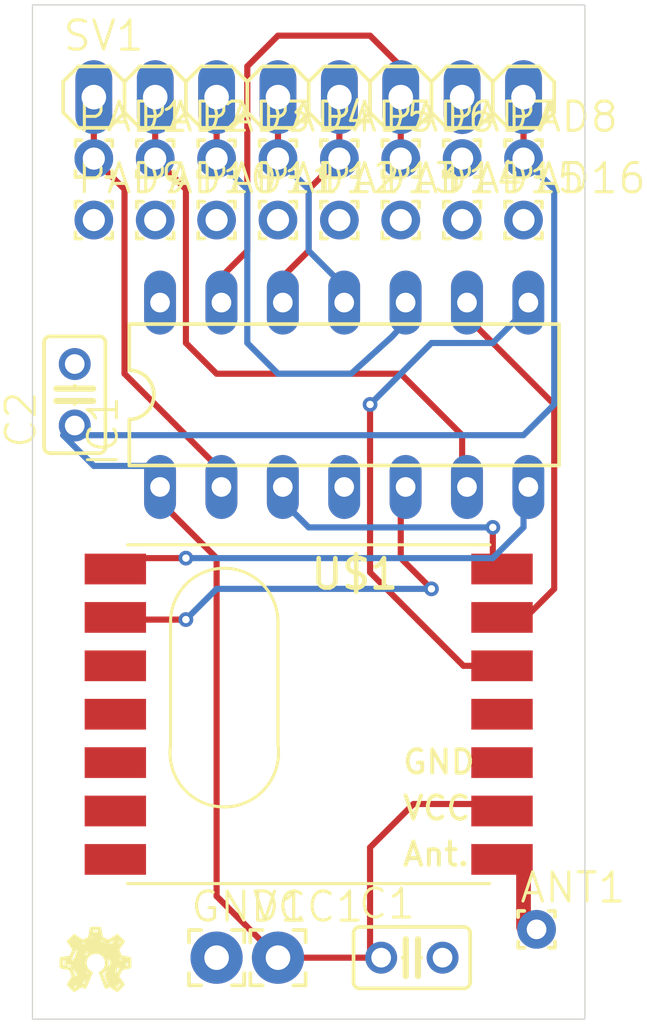
<source format=kicad_pcb>
(kicad_pcb (version 20171130) (host pcbnew "(5.1.5-0-10_14)")

  (general
    (thickness 1.6)
    (drawings 19)
    (tracks 97)
    (zones 0)
    (modules 25)
    (nets 25)
  )

  (page A4)
  (layers
    (0 Top signal)
    (31 Bottom signal)
    (32 B.Adhes user)
    (33 F.Adhes user)
    (34 B.Paste user)
    (35 F.Paste user)
    (36 B.SilkS user)
    (37 F.SilkS user)
    (38 B.Mask user)
    (39 F.Mask user)
    (40 Dwgs.User user)
    (41 Cmts.User user)
    (42 Eco1.User user)
    (43 Eco2.User user)
    (44 Edge.Cuts user)
    (45 Margin user)
    (46 B.CrtYd user)
    (47 F.CrtYd user)
    (48 B.Fab user)
    (49 F.Fab user)
  )

  (setup
    (last_trace_width 0.25)
    (trace_clearance 0.1524)
    (zone_clearance 0.508)
    (zone_45_only no)
    (trace_min 0.2)
    (via_size 0.8)
    (via_drill 0.4)
    (via_min_size 0.4)
    (via_min_drill 0.3)
    (uvia_size 0.3)
    (uvia_drill 0.1)
    (uvias_allowed no)
    (uvia_min_size 0.2)
    (uvia_min_drill 0.1)
    (edge_width 0.05)
    (segment_width 0.2)
    (pcb_text_width 0.3)
    (pcb_text_size 1.5 1.5)
    (mod_edge_width 0.12)
    (mod_text_size 1 1)
    (mod_text_width 0.15)
    (pad_size 1.524 1.524)
    (pad_drill 0.762)
    (pad_to_mask_clearance 0.051)
    (solder_mask_min_width 0.25)
    (aux_axis_origin 0 0)
    (visible_elements FFFFFF7F)
    (pcbplotparams
      (layerselection 0x010fc_ffffffff)
      (usegerberextensions false)
      (usegerberattributes false)
      (usegerberadvancedattributes false)
      (creategerberjobfile false)
      (excludeedgelayer true)
      (linewidth 0.100000)
      (plotframeref false)
      (viasonmask false)
      (mode 1)
      (useauxorigin false)
      (hpglpennumber 1)
      (hpglpenspeed 20)
      (hpglpendiameter 15.000000)
      (psnegative false)
      (psa4output false)
      (plotreference true)
      (plotvalue true)
      (plotinvisibletext false)
      (padsonsilk false)
      (subtractmaskfromsilk false)
      (outputformat 1)
      (mirror false)
      (drillshape 1)
      (scaleselection 1)
      (outputdirectory ""))
  )

  (net 0 "")
  (net 1 GND)
  (net 2 VCC)
  (net 3 "Net-(IC1-Pad8)")
  (net 4 "Net-(IC1-Pad9)")
  (net 5 "Net-(IC1-Pad3)")
  (net 6 "Net-(U$1-PadFFS)")
  (net 7 "Net-(IC1-Pad5)")
  (net 8 "Net-(IC1-Pad7)")
  (net 9 "Net-(IC1-Pad13)")
  (net 10 "Net-(IC1-Pad12)")
  (net 11 "Net-(IC1-Pad11)")
  (net 12 "Net-(IC1-Pad10)")
  (net 13 "Net-(IC1-Pad6)")
  (net 14 "Net-(IC1-Pad4)")
  (net 15 "Net-(IC1-Pad2)")
  (net 16 "Net-(PAD9-Pad1)")
  (net 17 "Net-(PAD10-Pad1)")
  (net 18 "Net-(PAD11-Pad1)")
  (net 19 "Net-(PAD12-Pad1)")
  (net 20 "Net-(PAD13-Pad1)")
  (net 21 "Net-(PAD14-Pad1)")
  (net 22 "Net-(PAD15-Pad1)")
  (net 23 "Net-(PAD16-Pad1)")
  (net 24 "Net-(ANT1-Pad1)")

  (net_class Default "This is the default net class."
    (clearance 0.1524)
    (trace_width 0.25)
    (via_dia 0.8)
    (via_drill 0.4)
    (uvia_dia 0.3)
    (uvia_drill 0.1)
    (add_net GND)
    (add_net "Net-(ANT1-Pad1)")
    (add_net "Net-(IC1-Pad10)")
    (add_net "Net-(IC1-Pad11)")
    (add_net "Net-(IC1-Pad12)")
    (add_net "Net-(IC1-Pad13)")
    (add_net "Net-(IC1-Pad2)")
    (add_net "Net-(IC1-Pad3)")
    (add_net "Net-(IC1-Pad4)")
    (add_net "Net-(IC1-Pad5)")
    (add_net "Net-(IC1-Pad6)")
    (add_net "Net-(IC1-Pad7)")
    (add_net "Net-(IC1-Pad8)")
    (add_net "Net-(IC1-Pad9)")
    (add_net "Net-(PAD10-Pad1)")
    (add_net "Net-(PAD11-Pad1)")
    (add_net "Net-(PAD12-Pad1)")
    (add_net "Net-(PAD13-Pad1)")
    (add_net "Net-(PAD14-Pad1)")
    (add_net "Net-(PAD15-Pad1)")
    (add_net "Net-(PAD16-Pad1)")
    (add_net "Net-(PAD9-Pad1)")
    (add_net "Net-(U$1-PadFFS)")
    (add_net VCC)
  )

  (module tinytx3:RFM12B (layer Top) (tedit 0) (tstamp 603D4D43)
    (at 148.5011 113.3586)
    (descr "RFM12B radio module by HopeRF")
    (path /4D826FCC)
    (fp_text reference U$1 (at 0 -5.08) (layer F.SilkS)
      (effects (font (size 1.2065 1.2065) (thickness 0.19304)) (justify left bottom))
    )
    (fp_text value RFM12B (at -5.08 6.35) (layer F.Fab)
      (effects (font (size 1.2065 1.2065) (thickness 0.19304)) (justify left bottom))
    )
    (fp_poly (pts (xy -4.445 6.35) (xy 4.445 6.35) (xy 4.445 -6.35) (xy -4.445 -6.35)) (layer Dwgs.User) (width 0))
    (fp_text user GND (at 3.81 2.54) (layer F.SilkS)
      (effects (font (size 0.9652 0.9652) (thickness 0.16256)) (justify left bottom))
    )
    (fp_text user VCC (at 3.81 4.445) (layer F.SilkS)
      (effects (font (size 0.9652 0.9652) (thickness 0.16256)) (justify left bottom))
    )
    (fp_text user Ant. (at 3.81 6.35) (layer F.SilkS)
      (effects (font (size 0.9652 0.9652) (thickness 0.16256)) (justify left bottom))
    )
    (fp_line (start -1.27 -3.81) (end -1.27 1.27) (layer F.SilkS) (width 0.127))
    (fp_line (start -5.715 -3.81) (end -5.715 1.27) (layer F.SilkS) (width 0.127))
    (fp_arc (start -3.4925 1.5875) (end -1.27 1.27) (angle 196.260205) (layer F.SilkS) (width 0.127))
    (fp_arc (start -3.4925 -3.81) (end -5.715 -3.81) (angle 180) (layer F.SilkS) (width 0.127))
    (fp_line (start 7.5 -7) (end -7.5 -7) (layer F.SilkS) (width 0.127))
    (fp_line (start -7.5 7) (end 7.5 7) (layer F.SilkS) (width 0.127))
    (pad ANT smd rect (at 8 6) (size 2.54 1.27) (layers Top F.Paste F.Mask)
      (net 24 "Net-(ANT1-Pad1)") (solder_mask_margin 0.0508))
    (pad VDD smd rect (at 8 4) (size 2.54 1.27) (layers Top F.Paste F.Mask)
      (net 2 VCC) (solder_mask_margin 0.0508))
    (pad GND smd rect (at 8 2) (size 2.54 1.27) (layers Top F.Paste F.Mask)
      (net 1 GND) (solder_mask_margin 0.0508))
    (pad P$16 smd rect (at 8 0) (size 2.54 1.27) (layers Top F.Paste F.Mask)
      (solder_mask_margin 0.0508))
    (pad SDI smd rect (at 8 -2) (size 2.54 1.27) (layers Top F.Paste F.Mask)
      (net 3 "Net-(IC1-Pad8)") (solder_mask_margin 0.0508))
    (pad SCK smd rect (at 8 -4) (size 2.54 1.27) (layers Top F.Paste F.Mask)
      (net 4 "Net-(IC1-Pad9)") (solder_mask_margin 0.0508))
    (pad SEL smd rect (at 8 -6) (size 2.54 1.27) (layers Top F.Paste F.Mask)
      (net 5 "Net-(IC1-Pad3)") (solder_mask_margin 0.0508))
    (pad P$12 smd rect (at -8 6) (size 2.54 1.27) (layers Top F.Paste F.Mask)
      (solder_mask_margin 0.0508))
    (pad P$10 smd rect (at -8 4) (size 2.54 1.27) (layers Top F.Paste F.Mask)
      (solder_mask_margin 0.0508))
    (pad P$9 smd rect (at -8 2) (size 2.54 1.27) (layers Top F.Paste F.Mask)
      (solder_mask_margin 0.0508))
    (pad P$8 smd rect (at -8 0) (size 2.54 1.27) (layers Top F.Paste F.Mask)
      (solder_mask_margin 0.0508))
    (pad FFS smd rect (at -8 -2) (size 2.54 1.27) (layers Top F.Paste F.Mask)
      (net 6 "Net-(U$1-PadFFS)") (solder_mask_margin 0.0508))
    (pad IRQ smd rect (at -8 -4) (size 2.54 1.27) (layers Top F.Paste F.Mask)
      (net 7 "Net-(IC1-Pad5)") (solder_mask_margin 0.0508))
    (pad SDO smd rect (at -8 -6) (size 2.54 1.27) (layers Top F.Paste F.Mask)
      (net 8 "Net-(IC1-Pad7)") (solder_mask_margin 0.0508))
  )

  (module tinytx3:DIL14 (layer Top) (tedit 0) (tstamp 603D4D5E)
    (at 149.9711 100.1586)
    (descr "<b>Dual In Line Package</b>")
    (path /A06A83DB)
    (fp_text reference IC1 (at -9.271 3.048 90) (layer F.SilkS)
      (effects (font (size 1.2065 1.2065) (thickness 0.12065)) (justify left bottom))
    )
    (fp_text value ATTINY84A-PU (at -6.731 0.635) (layer F.Fab)
      (effects (font (size 1.2065 1.2065) (thickness 0.12065)) (justify left bottom))
    )
    (fp_arc (start -8.89 0) (end -8.89 -1.016) (angle 180) (layer F.SilkS) (width 0.1524))
    (fp_line (start -8.89 2.921) (end -8.89 1.016) (layer F.SilkS) (width 0.1524))
    (fp_line (start -8.89 -2.921) (end -8.89 -1.016) (layer F.SilkS) (width 0.1524))
    (fp_line (start 8.89 -2.921) (end 8.89 2.921) (layer F.SilkS) (width 0.1524))
    (fp_line (start -8.89 2.921) (end 8.89 2.921) (layer F.SilkS) (width 0.1524))
    (fp_line (start 8.89 -2.921) (end -8.89 -2.921) (layer F.SilkS) (width 0.1524))
    (pad 14 thru_hole oval (at -7.62 -3.81 90) (size 2.6416 1.3208) (drill 0.8128) (layers *.Cu *.Mask)
      (net 1 GND) (solder_mask_margin 0.0508))
    (pad 13 thru_hole oval (at -5.08 -3.81 90) (size 2.6416 1.3208) (drill 0.8128) (layers *.Cu *.Mask)
      (net 9 "Net-(IC1-Pad13)") (solder_mask_margin 0.0508))
    (pad 12 thru_hole oval (at -2.54 -3.81 90) (size 2.6416 1.3208) (drill 0.8128) (layers *.Cu *.Mask)
      (net 10 "Net-(IC1-Pad12)") (solder_mask_margin 0.0508))
    (pad 11 thru_hole oval (at 0 -3.81 90) (size 2.6416 1.3208) (drill 0.8128) (layers *.Cu *.Mask)
      (net 11 "Net-(IC1-Pad11)") (solder_mask_margin 0.0508))
    (pad 10 thru_hole oval (at 2.54 -3.81 90) (size 2.6416 1.3208) (drill 0.8128) (layers *.Cu *.Mask)
      (net 12 "Net-(IC1-Pad10)") (solder_mask_margin 0.0508))
    (pad 9 thru_hole oval (at 5.08 -3.81 90) (size 2.6416 1.3208) (drill 0.8128) (layers *.Cu *.Mask)
      (net 4 "Net-(IC1-Pad9)") (solder_mask_margin 0.0508))
    (pad 5 thru_hole oval (at 2.54 3.81 90) (size 2.6416 1.3208) (drill 0.8128) (layers *.Cu *.Mask)
      (net 7 "Net-(IC1-Pad5)") (solder_mask_margin 0.0508))
    (pad 6 thru_hole oval (at 5.08 3.81 90) (size 2.6416 1.3208) (drill 0.8128) (layers *.Cu *.Mask)
      (net 13 "Net-(IC1-Pad6)") (solder_mask_margin 0.0508))
    (pad 4 thru_hole oval (at 0 3.81 90) (size 2.6416 1.3208) (drill 0.8128) (layers *.Cu *.Mask)
      (net 14 "Net-(IC1-Pad4)") (solder_mask_margin 0.0508))
    (pad 3 thru_hole oval (at -2.54 3.81 90) (size 2.6416 1.3208) (drill 0.8128) (layers *.Cu *.Mask)
      (net 5 "Net-(IC1-Pad3)") (solder_mask_margin 0.0508))
    (pad 8 thru_hole oval (at 7.62 -3.81 90) (size 2.6416 1.3208) (drill 0.8128) (layers *.Cu *.Mask)
      (net 3 "Net-(IC1-Pad8)") (solder_mask_margin 0.0508))
    (pad 7 thru_hole oval (at 7.62 3.81 90) (size 2.6416 1.3208) (drill 0.8128) (layers *.Cu *.Mask)
      (net 8 "Net-(IC1-Pad7)") (solder_mask_margin 0.0508))
    (pad 2 thru_hole oval (at -5.08 3.81 90) (size 2.6416 1.3208) (drill 0.8128) (layers *.Cu *.Mask)
      (net 15 "Net-(IC1-Pad2)") (solder_mask_margin 0.0508))
    (pad 1 thru_hole oval (at -7.62 3.81 90) (size 2.6416 1.3208) (drill 0.8128) (layers *.Cu *.Mask)
      (net 2 VCC) (solder_mask_margin 0.0508))
  )

  (module tinytx3:1,6_0,8 (layer Top) (tedit 0) (tstamp 603D4D75)
    (at 157.9311 122.2486)
    (descr "<b>THROUGH-HOLE PAD</b>")
    (path /19C2D6AC)
    (fp_text reference ANT1 (at -0.762 -1.016) (layer F.SilkS)
      (effects (font (size 1.2065 1.2065) (thickness 0.127)) (justify left bottom))
    )
    (fp_text value 1,6_0,8 (at 0 -0.6) (layer F.Fab)
      (effects (font (size 0.02413 0.02413) (thickness 0.002032)) (justify left bottom))
    )
    (fp_circle (center 0 0) (end 0.635 0) (layer F.Fab) (width 0.1524))
    (fp_line (start -0.762 0.762) (end -0.762 0.508) (layer F.SilkS) (width 0.1524))
    (fp_line (start -0.508 0.762) (end -0.762 0.762) (layer F.SilkS) (width 0.1524))
    (fp_line (start 0.762 0.762) (end 0.508 0.762) (layer F.SilkS) (width 0.1524))
    (fp_line (start 0.762 0.508) (end 0.762 0.762) (layer F.SilkS) (width 0.1524))
    (fp_line (start 0.762 -0.762) (end 0.508 -0.762) (layer F.SilkS) (width 0.1524))
    (fp_line (start 0.762 -0.762) (end 0.762 -0.508) (layer F.SilkS) (width 0.1524))
    (fp_line (start -0.762 -0.762) (end -0.762 -0.508) (layer F.SilkS) (width 0.1524))
    (fp_line (start -0.762 -0.762) (end -0.508 -0.762) (layer F.SilkS) (width 0.1524))
    (pad 1 thru_hole circle (at 0 0) (size 1.6002 1.6002) (drill 0.8128) (layers *.Cu *.Mask)
      (net 24 "Net-(ANT1-Pad1)") (solder_mask_margin 0.0508))
  )

  (module tinytx3:OSHW_FILLX100_NOTEXT (layer Top) (tedit 0) (tstamp 603D4D82)
    (at 138.2711 124.7586)
    (fp_text reference U$2 (at 0 0) (layer F.SilkS) hide
      (effects (font (size 1.27 1.27) (thickness 0.15)))
    )
    (fp_text value "" (at 0 0) (layer F.SilkS) hide
      (effects (font (size 1.27 1.27) (thickness 0.15)))
    )
    (fp_poly (pts (xy 0.889 -0.254) (xy 0.508 -0.127) (xy 0.381 -0.254) (xy 0.635 -0.635)
      (xy 0.381 -1.016) (xy 0.127 -1.016) (xy 0.127 -1.27) (xy 0.508 -1.27)
      (xy 0.635 -1.651) (xy 0.381 -2.032) (xy 0.508 -2.159) (xy 0.889 -1.905)
      (xy 1.27 -2.159) (xy 1.27 -2.413) (xy 1.524 -2.413) (xy 1.651 -2.032)
      (xy 2.032 -1.905) (xy 2.286 -2.159) (xy 2.413 -2.032) (xy 2.286 -1.651)
      (xy 2.413 -1.27) (xy 2.794 -1.27) (xy 2.667 -1.016) (xy 2.286 -0.889)
      (xy 2.286 -0.508) (xy 2.413 -0.254) (xy 2.286 -0.127) (xy 2.032 -0.254)
      (xy 1.905 -0.254) (xy 1.778 -0.635) (xy 2.032 -1.143) (xy 1.778 -1.524)
      (xy 1.397 -1.651) (xy 1.016 -1.524) (xy 0.889 -1.143) (xy 1.016 -0.762)
      (xy 1.143 -0.635)) (layer F.SilkS) (width 0))
    (fp_arc (start 1.4224 -1.1176) (end 1.2192 -0.7112) (angle 306.869898) (layer F.SilkS) (width 0.1524))
    (fp_line (start 1.8542 -0.127) (end 1.6256 -0.7112) (layer F.SilkS) (width 0.1524))
    (fp_line (start 2.0066 -0.2032) (end 1.8542 -0.127) (layer F.SilkS) (width 0.1524))
    (fp_line (start 2.3114 0) (end 2.0066 -0.2032) (layer F.SilkS) (width 0.1524))
    (fp_line (start 2.54 -0.2286) (end 2.3114 0) (layer F.SilkS) (width 0.1524))
    (fp_line (start 2.3114 -0.5588) (end 2.54 -0.2286) (layer F.SilkS) (width 0.1524))
    (fp_line (start 2.4638 -0.889) (end 2.3114 -0.5588) (layer F.SilkS) (width 0.1524))
    (fp_line (start 2.8194 -0.9652) (end 2.4638 -0.889) (layer F.SilkS) (width 0.1524))
    (fp_line (start 2.8194 -1.2954) (end 2.8194 -0.9652) (layer F.SilkS) (width 0.1524))
    (fp_line (start 2.4384 -1.3716) (end 2.8194 -1.2954) (layer F.SilkS) (width 0.1524))
    (fp_line (start 2.3114 -1.6764) (end 2.4384 -1.3716) (layer F.SilkS) (width 0.1524))
    (fp_line (start 2.54 -2.0066) (end 2.3114 -1.6764) (layer F.SilkS) (width 0.1524))
    (fp_line (start 2.3114 -2.2352) (end 2.54 -2.0066) (layer F.SilkS) (width 0.1524))
    (fp_line (start 1.9558 -2.0066) (end 2.3114 -2.2352) (layer F.SilkS) (width 0.1524))
    (fp_line (start 1.651 -2.1336) (end 1.9558 -2.0066) (layer F.SilkS) (width 0.1524))
    (fp_line (start 1.5748 -2.54) (end 1.651 -2.1336) (layer F.SilkS) (width 0.1524))
    (fp_line (start 1.2446 -2.54) (end 1.5748 -2.54) (layer F.SilkS) (width 0.1524))
    (fp_line (start 1.1684 -2.1336) (end 1.2446 -2.54) (layer F.SilkS) (width 0.1524))
    (fp_line (start 0.8636 -2.0066) (end 1.1684 -2.1336) (layer F.SilkS) (width 0.1524))
    (fp_line (start 0.5334 -2.2352) (end 0.8636 -2.0066) (layer F.SilkS) (width 0.1524))
    (fp_line (start 0.3048 -2.0066) (end 0.5334 -2.2352) (layer F.SilkS) (width 0.1524))
    (fp_line (start 0.5334 -1.6764) (end 0.3048 -2.0066) (layer F.SilkS) (width 0.1524))
    (fp_line (start 0.381 -1.3462) (end 0.5334 -1.6764) (layer F.SilkS) (width 0.1524))
    (fp_line (start 0 -1.2954) (end 0.381 -1.3462) (layer F.SilkS) (width 0.1524))
    (fp_line (start 0 -0.9652) (end 0 -1.2954) (layer F.SilkS) (width 0.1524))
    (fp_line (start 0.381 -0.889) (end 0 -0.9652) (layer F.SilkS) (width 0.1524))
    (fp_line (start 0.508 -0.5588) (end 0.381 -0.889) (layer F.SilkS) (width 0.1524))
    (fp_line (start 0.3048 -0.2286) (end 0.508 -0.5588) (layer F.SilkS) (width 0.1524))
    (fp_line (start 0.5334 0) (end 0.3048 -0.2286) (layer F.SilkS) (width 0.1524))
    (fp_line (start 0.8382 -0.2032) (end 0.5334 0) (layer F.SilkS) (width 0.1524))
    (fp_line (start 0.9652 -0.127) (end 0.8382 -0.2032) (layer F.SilkS) (width 0.1524))
    (fp_line (start 1.2192 -0.7112) (end 0.9652 -0.127) (layer F.SilkS) (width 0.1524))
  )

  (module tinytx3:C025-025X050 (layer Top) (tedit 0) (tstamp 603D4DA6)
    (at 152.7711 123.4186)
    (descr "<b>CAPACITOR</b><p>\ngrid 2.5 mm, outline 2.5 x 5 mm")
    (path /AF39FBAA)
    (fp_text reference C1 (at -2.286 -1.524) (layer F.SilkS)
      (effects (font (size 1.2065 1.2065) (thickness 0.12065)) (justify left bottom))
    )
    (fp_text value C1 (at -0.5 2.19) (layer F.Fab)
      (effects (font (size 0.77216 0.77216) (thickness 0.123545)) (justify left bottom))
    )
    (fp_line (start -0.381 0) (end -0.762 0) (layer F.Fab) (width 0.1524))
    (fp_line (start -0.254 0) (end -0.381 0) (layer F.SilkS) (width 0.1524))
    (fp_line (start -0.254 0) (end -0.254 0.762) (layer F.SilkS) (width 0.254))
    (fp_line (start -0.254 -0.762) (end -0.254 0) (layer F.SilkS) (width 0.254))
    (fp_line (start 0.254 0) (end 0.254 0.762) (layer F.SilkS) (width 0.254))
    (fp_line (start 0.254 0) (end 0.254 -0.762) (layer F.SilkS) (width 0.254))
    (fp_line (start 0.381 0) (end 0.254 0) (layer F.SilkS) (width 0.1524))
    (fp_line (start 0.762 0) (end 0.381 0) (layer F.Fab) (width 0.1524))
    (fp_arc (start -2.159 1.016) (end -2.413 1.016) (angle -90) (layer F.SilkS) (width 0.1524))
    (fp_arc (start 2.159 1.016) (end 2.159 1.27) (angle -90) (layer F.SilkS) (width 0.1524))
    (fp_arc (start -2.159 -1.016) (end -2.413 -1.016) (angle 90) (layer F.SilkS) (width 0.1524))
    (fp_arc (start 2.159 -1.016) (end 2.159 -1.27) (angle 90) (layer F.SilkS) (width 0.1524))
    (fp_line (start -2.413 -1.016) (end -2.413 1.016) (layer F.SilkS) (width 0.1524))
    (fp_line (start 2.413 -1.016) (end 2.413 1.016) (layer F.SilkS) (width 0.1524))
    (fp_line (start 2.159 1.27) (end -2.159 1.27) (layer F.SilkS) (width 0.1524))
    (fp_line (start -2.159 -1.27) (end 2.159 -1.27) (layer F.SilkS) (width 0.1524))
    (pad 2 thru_hole circle (at 1.27 0) (size 1.3208 1.3208) (drill 0.8128) (layers *.Cu *.Mask)
      (net 1 GND) (solder_mask_margin 0.0508))
    (pad 1 thru_hole circle (at -1.27 0) (size 1.3208 1.3208) (drill 0.8128) (layers *.Cu *.Mask)
      (net 2 VCC) (solder_mask_margin 0.0508))
  )

  (module tinytx3:C025-025X050 (layer Top) (tedit 0) (tstamp 603D4DBB)
    (at 138.8211 100.1586 90)
    (descr "<b>CAPACITOR</b><p>\ngrid 2.5 mm, outline 2.5 x 5 mm")
    (path /6C57DCE5)
    (fp_text reference C2 (at -2.286 -1.524 90) (layer F.SilkS)
      (effects (font (size 1.2065 1.2065) (thickness 0.12065)) (justify left bottom))
    )
    (fp_text value C2 (at 3.6 0.9) (layer F.Fab)
      (effects (font (size 0.9025 0.9025) (thickness 0.1444)) (justify left bottom))
    )
    (fp_line (start -0.381 0) (end -0.762 0) (layer F.Fab) (width 0.1524))
    (fp_line (start -0.254 0) (end -0.381 0) (layer F.SilkS) (width 0.1524))
    (fp_line (start -0.254 0) (end -0.254 0.762) (layer F.SilkS) (width 0.254))
    (fp_line (start -0.254 -0.762) (end -0.254 0) (layer F.SilkS) (width 0.254))
    (fp_line (start 0.254 0) (end 0.254 0.762) (layer F.SilkS) (width 0.254))
    (fp_line (start 0.254 0) (end 0.254 -0.762) (layer F.SilkS) (width 0.254))
    (fp_line (start 0.381 0) (end 0.254 0) (layer F.SilkS) (width 0.1524))
    (fp_line (start 0.762 0) (end 0.381 0) (layer F.Fab) (width 0.1524))
    (fp_arc (start -2.159 1.016) (end -2.413 1.016) (angle -90) (layer F.SilkS) (width 0.1524))
    (fp_arc (start 2.159 1.016) (end 2.159 1.27) (angle -90) (layer F.SilkS) (width 0.1524))
    (fp_arc (start -2.159 -1.016) (end -2.413 -1.016) (angle 90) (layer F.SilkS) (width 0.1524))
    (fp_arc (start 2.159 -1.016) (end 2.159 -1.27) (angle 90) (layer F.SilkS) (width 0.1524))
    (fp_line (start -2.413 -1.016) (end -2.413 1.016) (layer F.SilkS) (width 0.1524))
    (fp_line (start 2.413 -1.016) (end 2.413 1.016) (layer F.SilkS) (width 0.1524))
    (fp_line (start 2.159 1.27) (end -2.159 1.27) (layer F.SilkS) (width 0.1524))
    (fp_line (start -2.159 -1.27) (end 2.159 -1.27) (layer F.SilkS) (width 0.1524))
    (pad 2 thru_hole circle (at 1.27 0 90) (size 1.3208 1.3208) (drill 0.8128) (layers *.Cu *.Mask)
      (net 1 GND) (solder_mask_margin 0.0508))
    (pad 1 thru_hole circle (at -1.27 0 90) (size 1.3208 1.3208) (drill 0.8128) (layers *.Cu *.Mask)
      (net 2 VCC) (solder_mask_margin 0.0508))
  )

  (module tinytx3:1X08 (layer Top) (tedit 0) (tstamp 603D4DD0)
    (at 148.5011 87.8586)
    (descr "<b>PIN HEADER</b>")
    (path /6F54BB83)
    (fp_text reference SV1 (at -10.2362 -1.8288) (layer F.SilkS)
      (effects (font (size 1.2065 1.2065) (thickness 0.127)) (justify left bottom))
    )
    (fp_text value PINHD-1X8 (at -10.16 3.175) (layer F.Fab)
      (effects (font (size 1.2065 1.2065) (thickness 0.1016)) (justify left bottom))
    )
    (fp_poly (pts (xy 8.636 0.254) (xy 9.144 0.254) (xy 9.144 -0.254) (xy 8.636 -0.254)) (layer F.Fab) (width 0))
    (fp_poly (pts (xy -9.144 0.254) (xy -8.636 0.254) (xy -8.636 -0.254) (xy -9.144 -0.254)) (layer F.Fab) (width 0))
    (fp_poly (pts (xy -6.604 0.254) (xy -6.096 0.254) (xy -6.096 -0.254) (xy -6.604 -0.254)) (layer F.Fab) (width 0))
    (fp_poly (pts (xy -4.064 0.254) (xy -3.556 0.254) (xy -3.556 -0.254) (xy -4.064 -0.254)) (layer F.Fab) (width 0))
    (fp_poly (pts (xy -1.524 0.254) (xy -1.016 0.254) (xy -1.016 -0.254) (xy -1.524 -0.254)) (layer F.Fab) (width 0))
    (fp_poly (pts (xy 1.016 0.254) (xy 1.524 0.254) (xy 1.524 -0.254) (xy 1.016 -0.254)) (layer F.Fab) (width 0))
    (fp_poly (pts (xy 3.556 0.254) (xy 4.064 0.254) (xy 4.064 -0.254) (xy 3.556 -0.254)) (layer F.Fab) (width 0))
    (fp_poly (pts (xy 6.096 0.254) (xy 6.604 0.254) (xy 6.604 -0.254) (xy 6.096 -0.254)) (layer F.Fab) (width 0))
    (fp_line (start 9.525 1.27) (end 8.255 1.27) (layer F.SilkS) (width 0.1524))
    (fp_line (start 7.62 0.635) (end 8.255 1.27) (layer F.SilkS) (width 0.1524))
    (fp_line (start 8.255 -1.27) (end 7.62 -0.635) (layer F.SilkS) (width 0.1524))
    (fp_line (start 10.16 0.635) (end 9.525 1.27) (layer F.SilkS) (width 0.1524))
    (fp_line (start 10.16 -0.635) (end 10.16 0.635) (layer F.SilkS) (width 0.1524))
    (fp_line (start 9.525 -1.27) (end 10.16 -0.635) (layer F.SilkS) (width 0.1524))
    (fp_line (start 8.255 -1.27) (end 9.525 -1.27) (layer F.SilkS) (width 0.1524))
    (fp_line (start -8.255 1.27) (end -9.525 1.27) (layer F.SilkS) (width 0.1524))
    (fp_line (start -10.16 0.635) (end -9.525 1.27) (layer F.SilkS) (width 0.1524))
    (fp_line (start -9.525 -1.27) (end -10.16 -0.635) (layer F.SilkS) (width 0.1524))
    (fp_line (start -10.16 -0.635) (end -10.16 0.635) (layer F.SilkS) (width 0.1524))
    (fp_line (start -6.985 1.27) (end -7.62 0.635) (layer F.SilkS) (width 0.1524))
    (fp_line (start -5.715 1.27) (end -6.985 1.27) (layer F.SilkS) (width 0.1524))
    (fp_line (start -5.08 0.635) (end -5.715 1.27) (layer F.SilkS) (width 0.1524))
    (fp_line (start -5.08 -0.635) (end -5.08 0.635) (layer F.SilkS) (width 0.1524))
    (fp_line (start -5.715 -1.27) (end -5.08 -0.635) (layer F.SilkS) (width 0.1524))
    (fp_line (start -6.985 -1.27) (end -5.715 -1.27) (layer F.SilkS) (width 0.1524))
    (fp_line (start -7.62 -0.635) (end -6.985 -1.27) (layer F.SilkS) (width 0.1524))
    (fp_line (start -7.62 0.635) (end -8.255 1.27) (layer F.SilkS) (width 0.1524))
    (fp_line (start -7.62 -0.635) (end -7.62 0.635) (layer F.SilkS) (width 0.1524))
    (fp_line (start -8.255 -1.27) (end -7.62 -0.635) (layer F.SilkS) (width 0.1524))
    (fp_line (start -9.525 -1.27) (end -8.255 -1.27) (layer F.SilkS) (width 0.1524))
    (fp_line (start -0.635 1.27) (end -1.905 1.27) (layer F.SilkS) (width 0.1524))
    (fp_line (start -2.54 0.635) (end -1.905 1.27) (layer F.SilkS) (width 0.1524))
    (fp_line (start -1.905 -1.27) (end -2.54 -0.635) (layer F.SilkS) (width 0.1524))
    (fp_line (start -4.445 1.27) (end -5.08 0.635) (layer F.SilkS) (width 0.1524))
    (fp_line (start -3.175 1.27) (end -4.445 1.27) (layer F.SilkS) (width 0.1524))
    (fp_line (start -2.54 0.635) (end -3.175 1.27) (layer F.SilkS) (width 0.1524))
    (fp_line (start -2.54 -0.635) (end -2.54 0.635) (layer F.SilkS) (width 0.1524))
    (fp_line (start -3.175 -1.27) (end -2.54 -0.635) (layer F.SilkS) (width 0.1524))
    (fp_line (start -4.445 -1.27) (end -3.175 -1.27) (layer F.SilkS) (width 0.1524))
    (fp_line (start -5.08 -0.635) (end -4.445 -1.27) (layer F.SilkS) (width 0.1524))
    (fp_line (start 0.635 1.27) (end 0 0.635) (layer F.SilkS) (width 0.1524))
    (fp_line (start 1.905 1.27) (end 0.635 1.27) (layer F.SilkS) (width 0.1524))
    (fp_line (start 2.54 0.635) (end 1.905 1.27) (layer F.SilkS) (width 0.1524))
    (fp_line (start 2.54 -0.635) (end 2.54 0.635) (layer F.SilkS) (width 0.1524))
    (fp_line (start 1.905 -1.27) (end 2.54 -0.635) (layer F.SilkS) (width 0.1524))
    (fp_line (start 0.635 -1.27) (end 1.905 -1.27) (layer F.SilkS) (width 0.1524))
    (fp_line (start 0 -0.635) (end 0.635 -1.27) (layer F.SilkS) (width 0.1524))
    (fp_line (start 0 0.635) (end -0.635 1.27) (layer F.SilkS) (width 0.1524))
    (fp_line (start 0 -0.635) (end 0 0.635) (layer F.SilkS) (width 0.1524))
    (fp_line (start -0.635 -1.27) (end 0 -0.635) (layer F.SilkS) (width 0.1524))
    (fp_line (start -1.905 -1.27) (end -0.635 -1.27) (layer F.SilkS) (width 0.1524))
    (fp_line (start 6.985 1.27) (end 5.715 1.27) (layer F.SilkS) (width 0.1524))
    (fp_line (start 5.08 0.635) (end 5.715 1.27) (layer F.SilkS) (width 0.1524))
    (fp_line (start 5.715 -1.27) (end 5.08 -0.635) (layer F.SilkS) (width 0.1524))
    (fp_line (start 3.175 1.27) (end 2.54 0.635) (layer F.SilkS) (width 0.1524))
    (fp_line (start 4.445 1.27) (end 3.175 1.27) (layer F.SilkS) (width 0.1524))
    (fp_line (start 5.08 0.635) (end 4.445 1.27) (layer F.SilkS) (width 0.1524))
    (fp_line (start 5.08 -0.635) (end 5.08 0.635) (layer F.SilkS) (width 0.1524))
    (fp_line (start 4.445 -1.27) (end 5.08 -0.635) (layer F.SilkS) (width 0.1524))
    (fp_line (start 3.175 -1.27) (end 4.445 -1.27) (layer F.SilkS) (width 0.1524))
    (fp_line (start 2.54 -0.635) (end 3.175 -1.27) (layer F.SilkS) (width 0.1524))
    (fp_line (start 7.62 0.635) (end 6.985 1.27) (layer F.SilkS) (width 0.1524))
    (fp_line (start 7.62 -0.635) (end 7.62 0.635) (layer F.SilkS) (width 0.1524))
    (fp_line (start 6.985 -1.27) (end 7.62 -0.635) (layer F.SilkS) (width 0.1524))
    (fp_line (start 5.715 -1.27) (end 6.985 -1.27) (layer F.SilkS) (width 0.1524))
    (pad 8 thru_hole oval (at 8.89 0 90) (size 3.048 1.524) (drill 1.016) (layers *.Cu *.Mask)
      (net 2 VCC) (solder_mask_margin 0.0508))
    (pad 7 thru_hole oval (at 6.35 0 90) (size 3.048 1.524) (drill 1.016) (layers *.Cu *.Mask)
      (net 1 GND) (solder_mask_margin 0.0508))
    (pad 6 thru_hole oval (at 3.81 0 90) (size 3.048 1.524) (drill 1.016) (layers *.Cu *.Mask)
      (net 9 "Net-(IC1-Pad13)") (solder_mask_margin 0.0508))
    (pad 5 thru_hole oval (at 1.27 0 90) (size 3.048 1.524) (drill 1.016) (layers *.Cu *.Mask)
      (net 10 "Net-(IC1-Pad12)") (solder_mask_margin 0.0508))
    (pad 4 thru_hole oval (at -1.27 0 90) (size 3.048 1.524) (drill 1.016) (layers *.Cu *.Mask)
      (net 11 "Net-(IC1-Pad11)") (solder_mask_margin 0.0508))
    (pad 3 thru_hole oval (at -3.81 0 90) (size 3.048 1.524) (drill 1.016) (layers *.Cu *.Mask)
      (net 12 "Net-(IC1-Pad10)") (solder_mask_margin 0.0508))
    (pad 2 thru_hole oval (at -6.35 0 90) (size 3.048 1.524) (drill 1.016) (layers *.Cu *.Mask)
      (net 13 "Net-(IC1-Pad6)") (solder_mask_margin 0.0508))
    (pad 1 thru_hole oval (at -8.89 0 90) (size 3.048 1.524) (drill 1.016) (layers *.Cu *.Mask)
      (net 15 "Net-(IC1-Pad2)") (solder_mask_margin 0.0508))
  )

  (module tinytx3:1,6_0,9 (layer Top) (tedit 0) (tstamp 603D4E1C)
    (at 139.6111 90.3986)
    (descr "<b>THROUGH-HOLE PAD</b>")
    (path /ECAC0B96)
    (fp_text reference PAD1 (at -0.762 -1.016) (layer F.SilkS)
      (effects (font (size 1.2065 1.2065) (thickness 0.127)) (justify left bottom))
    )
    (fp_text value 1,6_0,9 (at 0 -0.6) (layer F.Fab)
      (effects (font (size 0.02413 0.02413) (thickness 0.002032)) (justify left bottom))
    )
    (fp_circle (center 0 0) (end 0.635 0) (layer F.Fab) (width 0.1524))
    (fp_line (start 0.762 -0.762) (end 0.508 -0.762) (layer F.SilkS) (width 0.1524))
    (fp_line (start 0.762 -0.508) (end 0.762 -0.762) (layer F.SilkS) (width 0.1524))
    (fp_line (start 0.762 0.762) (end 0.762 0.508) (layer F.SilkS) (width 0.1524))
    (fp_line (start 0.508 0.762) (end 0.762 0.762) (layer F.SilkS) (width 0.1524))
    (fp_line (start -0.762 0.762) (end -0.508 0.762) (layer F.SilkS) (width 0.1524))
    (fp_line (start -0.762 0.508) (end -0.762 0.762) (layer F.SilkS) (width 0.1524))
    (fp_line (start -0.762 -0.762) (end -0.762 -0.508) (layer F.SilkS) (width 0.1524))
    (fp_line (start -0.508 -0.762) (end -0.762 -0.762) (layer F.SilkS) (width 0.1524))
    (pad 1 thru_hole circle (at 0 0) (size 1.6002 1.6002) (drill 0.9144) (layers *.Cu *.Mask)
      (net 15 "Net-(IC1-Pad2)") (solder_mask_margin 0.0508))
  )

  (module tinytx3:1,6_0,9 (layer Top) (tedit 0) (tstamp 603D4E29)
    (at 142.1511 90.3986)
    (descr "<b>THROUGH-HOLE PAD</b>")
    (path /217D3D9D)
    (fp_text reference PAD2 (at -0.762 -1.016) (layer F.SilkS)
      (effects (font (size 1.2065 1.2065) (thickness 0.127)) (justify left bottom))
    )
    (fp_text value 1,6_0,9 (at 0 -0.6) (layer F.Fab)
      (effects (font (size 0.02413 0.02413) (thickness 0.002032)) (justify left bottom))
    )
    (fp_circle (center 0 0) (end 0.635 0) (layer F.Fab) (width 0.1524))
    (fp_line (start 0.762 -0.762) (end 0.508 -0.762) (layer F.SilkS) (width 0.1524))
    (fp_line (start 0.762 -0.508) (end 0.762 -0.762) (layer F.SilkS) (width 0.1524))
    (fp_line (start 0.762 0.762) (end 0.762 0.508) (layer F.SilkS) (width 0.1524))
    (fp_line (start 0.508 0.762) (end 0.762 0.762) (layer F.SilkS) (width 0.1524))
    (fp_line (start -0.762 0.762) (end -0.508 0.762) (layer F.SilkS) (width 0.1524))
    (fp_line (start -0.762 0.508) (end -0.762 0.762) (layer F.SilkS) (width 0.1524))
    (fp_line (start -0.762 -0.762) (end -0.762 -0.508) (layer F.SilkS) (width 0.1524))
    (fp_line (start -0.508 -0.762) (end -0.762 -0.762) (layer F.SilkS) (width 0.1524))
    (pad 1 thru_hole circle (at 0 0) (size 1.6002 1.6002) (drill 0.9144) (layers *.Cu *.Mask)
      (net 13 "Net-(IC1-Pad6)") (solder_mask_margin 0.0508))
  )

  (module tinytx3:1,6_0,9 (layer Top) (tedit 0) (tstamp 603D4E36)
    (at 144.6911 90.3986)
    (descr "<b>THROUGH-HOLE PAD</b>")
    (path /9194676F)
    (fp_text reference PAD3 (at -0.762 -1.016) (layer F.SilkS)
      (effects (font (size 1.2065 1.2065) (thickness 0.127)) (justify left bottom))
    )
    (fp_text value 1,6_0,9 (at 0 -0.6) (layer F.Fab)
      (effects (font (size 0.02413 0.02413) (thickness 0.002032)) (justify left bottom))
    )
    (fp_circle (center 0 0) (end 0.635 0) (layer F.Fab) (width 0.1524))
    (fp_line (start 0.762 -0.762) (end 0.508 -0.762) (layer F.SilkS) (width 0.1524))
    (fp_line (start 0.762 -0.508) (end 0.762 -0.762) (layer F.SilkS) (width 0.1524))
    (fp_line (start 0.762 0.762) (end 0.762 0.508) (layer F.SilkS) (width 0.1524))
    (fp_line (start 0.508 0.762) (end 0.762 0.762) (layer F.SilkS) (width 0.1524))
    (fp_line (start -0.762 0.762) (end -0.508 0.762) (layer F.SilkS) (width 0.1524))
    (fp_line (start -0.762 0.508) (end -0.762 0.762) (layer F.SilkS) (width 0.1524))
    (fp_line (start -0.762 -0.762) (end -0.762 -0.508) (layer F.SilkS) (width 0.1524))
    (fp_line (start -0.508 -0.762) (end -0.762 -0.762) (layer F.SilkS) (width 0.1524))
    (pad 1 thru_hole circle (at 0 0) (size 1.6002 1.6002) (drill 0.9144) (layers *.Cu *.Mask)
      (net 12 "Net-(IC1-Pad10)") (solder_mask_margin 0.0508))
  )

  (module tinytx3:1,6_0,9 (layer Top) (tedit 0) (tstamp 603D4E43)
    (at 147.2311 90.3986)
    (descr "<b>THROUGH-HOLE PAD</b>")
    (path /81CB5BD4)
    (fp_text reference PAD4 (at -0.762 -1.016) (layer F.SilkS)
      (effects (font (size 1.2065 1.2065) (thickness 0.127)) (justify left bottom))
    )
    (fp_text value 1,6_0,9 (at 0 -0.6) (layer F.Fab)
      (effects (font (size 0.02413 0.02413) (thickness 0.002032)) (justify left bottom))
    )
    (fp_circle (center 0 0) (end 0.635 0) (layer F.Fab) (width 0.1524))
    (fp_line (start 0.762 -0.762) (end 0.508 -0.762) (layer F.SilkS) (width 0.1524))
    (fp_line (start 0.762 -0.508) (end 0.762 -0.762) (layer F.SilkS) (width 0.1524))
    (fp_line (start 0.762 0.762) (end 0.762 0.508) (layer F.SilkS) (width 0.1524))
    (fp_line (start 0.508 0.762) (end 0.762 0.762) (layer F.SilkS) (width 0.1524))
    (fp_line (start -0.762 0.762) (end -0.508 0.762) (layer F.SilkS) (width 0.1524))
    (fp_line (start -0.762 0.508) (end -0.762 0.762) (layer F.SilkS) (width 0.1524))
    (fp_line (start -0.762 -0.762) (end -0.762 -0.508) (layer F.SilkS) (width 0.1524))
    (fp_line (start -0.508 -0.762) (end -0.762 -0.762) (layer F.SilkS) (width 0.1524))
    (pad 1 thru_hole circle (at 0 0) (size 1.6002 1.6002) (drill 0.9144) (layers *.Cu *.Mask)
      (net 11 "Net-(IC1-Pad11)") (solder_mask_margin 0.0508))
  )

  (module tinytx3:1,6_0,9 (layer Top) (tedit 0) (tstamp 603D4E50)
    (at 149.7711 90.3986)
    (descr "<b>THROUGH-HOLE PAD</b>")
    (path /03DA410A)
    (fp_text reference PAD5 (at -0.762 -1.016) (layer F.SilkS)
      (effects (font (size 1.2065 1.2065) (thickness 0.127)) (justify left bottom))
    )
    (fp_text value 1,6_0,9 (at 0 -0.6) (layer F.Fab)
      (effects (font (size 0.02413 0.02413) (thickness 0.002032)) (justify left bottom))
    )
    (fp_circle (center 0 0) (end 0.635 0) (layer F.Fab) (width 0.1524))
    (fp_line (start 0.762 -0.762) (end 0.508 -0.762) (layer F.SilkS) (width 0.1524))
    (fp_line (start 0.762 -0.508) (end 0.762 -0.762) (layer F.SilkS) (width 0.1524))
    (fp_line (start 0.762 0.762) (end 0.762 0.508) (layer F.SilkS) (width 0.1524))
    (fp_line (start 0.508 0.762) (end 0.762 0.762) (layer F.SilkS) (width 0.1524))
    (fp_line (start -0.762 0.762) (end -0.508 0.762) (layer F.SilkS) (width 0.1524))
    (fp_line (start -0.762 0.508) (end -0.762 0.762) (layer F.SilkS) (width 0.1524))
    (fp_line (start -0.762 -0.762) (end -0.762 -0.508) (layer F.SilkS) (width 0.1524))
    (fp_line (start -0.508 -0.762) (end -0.762 -0.762) (layer F.SilkS) (width 0.1524))
    (pad 1 thru_hole circle (at 0 0) (size 1.6002 1.6002) (drill 0.9144) (layers *.Cu *.Mask)
      (net 10 "Net-(IC1-Pad12)") (solder_mask_margin 0.0508))
  )

  (module tinytx3:1,6_0,9 (layer Top) (tedit 0) (tstamp 603D4E5D)
    (at 152.3111 90.3986)
    (descr "<b>THROUGH-HOLE PAD</b>")
    (path /14C5F2AE)
    (fp_text reference PAD6 (at -0.762 -1.016) (layer F.SilkS)
      (effects (font (size 1.2065 1.2065) (thickness 0.127)) (justify left bottom))
    )
    (fp_text value 1,6_0,9 (at 0 -0.6) (layer F.Fab)
      (effects (font (size 0.02413 0.02413) (thickness 0.002032)) (justify left bottom))
    )
    (fp_circle (center 0 0) (end 0.635 0) (layer F.Fab) (width 0.1524))
    (fp_line (start 0.762 -0.762) (end 0.508 -0.762) (layer F.SilkS) (width 0.1524))
    (fp_line (start 0.762 -0.508) (end 0.762 -0.762) (layer F.SilkS) (width 0.1524))
    (fp_line (start 0.762 0.762) (end 0.762 0.508) (layer F.SilkS) (width 0.1524))
    (fp_line (start 0.508 0.762) (end 0.762 0.762) (layer F.SilkS) (width 0.1524))
    (fp_line (start -0.762 0.762) (end -0.508 0.762) (layer F.SilkS) (width 0.1524))
    (fp_line (start -0.762 0.508) (end -0.762 0.762) (layer F.SilkS) (width 0.1524))
    (fp_line (start -0.762 -0.762) (end -0.762 -0.508) (layer F.SilkS) (width 0.1524))
    (fp_line (start -0.508 -0.762) (end -0.762 -0.762) (layer F.SilkS) (width 0.1524))
    (pad 1 thru_hole circle (at 0 0) (size 1.6002 1.6002) (drill 0.9144) (layers *.Cu *.Mask)
      (net 9 "Net-(IC1-Pad13)") (solder_mask_margin 0.0508))
  )

  (module tinytx3:1,6_0,9 (layer Top) (tedit 0) (tstamp 603D4E6A)
    (at 154.8511 90.3986)
    (descr "<b>THROUGH-HOLE PAD</b>")
    (path /F9DA288B)
    (fp_text reference PAD7 (at -0.762 -1.016) (layer F.SilkS)
      (effects (font (size 1.2065 1.2065) (thickness 0.127)) (justify left bottom))
    )
    (fp_text value 1,6_0,9 (at 0 -0.6) (layer F.Fab)
      (effects (font (size 0.02413 0.02413) (thickness 0.002032)) (justify left bottom))
    )
    (fp_circle (center 0 0) (end 0.635 0) (layer F.Fab) (width 0.1524))
    (fp_line (start 0.762 -0.762) (end 0.508 -0.762) (layer F.SilkS) (width 0.1524))
    (fp_line (start 0.762 -0.508) (end 0.762 -0.762) (layer F.SilkS) (width 0.1524))
    (fp_line (start 0.762 0.762) (end 0.762 0.508) (layer F.SilkS) (width 0.1524))
    (fp_line (start 0.508 0.762) (end 0.762 0.762) (layer F.SilkS) (width 0.1524))
    (fp_line (start -0.762 0.762) (end -0.508 0.762) (layer F.SilkS) (width 0.1524))
    (fp_line (start -0.762 0.508) (end -0.762 0.762) (layer F.SilkS) (width 0.1524))
    (fp_line (start -0.762 -0.762) (end -0.762 -0.508) (layer F.SilkS) (width 0.1524))
    (fp_line (start -0.508 -0.762) (end -0.762 -0.762) (layer F.SilkS) (width 0.1524))
    (pad 1 thru_hole circle (at 0 0) (size 1.6002 1.6002) (drill 0.9144) (layers *.Cu *.Mask)
      (net 1 GND) (solder_mask_margin 0.0508))
  )

  (module tinytx3:1,6_0,9 (layer Top) (tedit 0) (tstamp 603D4E77)
    (at 157.3911 90.3986)
    (descr "<b>THROUGH-HOLE PAD</b>")
    (path /7E28D476)
    (fp_text reference PAD8 (at -0.762 -1.016) (layer F.SilkS)
      (effects (font (size 1.2065 1.2065) (thickness 0.127)) (justify left bottom))
    )
    (fp_text value 1,6_0,9 (at 0 -0.6) (layer F.Fab)
      (effects (font (size 0.02413 0.02413) (thickness 0.002032)) (justify left bottom))
    )
    (fp_circle (center 0 0) (end 0.635 0) (layer F.Fab) (width 0.1524))
    (fp_line (start 0.762 -0.762) (end 0.508 -0.762) (layer F.SilkS) (width 0.1524))
    (fp_line (start 0.762 -0.508) (end 0.762 -0.762) (layer F.SilkS) (width 0.1524))
    (fp_line (start 0.762 0.762) (end 0.762 0.508) (layer F.SilkS) (width 0.1524))
    (fp_line (start 0.508 0.762) (end 0.762 0.762) (layer F.SilkS) (width 0.1524))
    (fp_line (start -0.762 0.762) (end -0.508 0.762) (layer F.SilkS) (width 0.1524))
    (fp_line (start -0.762 0.508) (end -0.762 0.762) (layer F.SilkS) (width 0.1524))
    (fp_line (start -0.762 -0.762) (end -0.762 -0.508) (layer F.SilkS) (width 0.1524))
    (fp_line (start -0.508 -0.762) (end -0.762 -0.762) (layer F.SilkS) (width 0.1524))
    (pad 1 thru_hole circle (at 0 0) (size 1.6002 1.6002) (drill 0.9144) (layers *.Cu *.Mask)
      (net 2 VCC) (solder_mask_margin 0.0508))
  )

  (module tinytx3:1,6_0,9 (layer Top) (tedit 0) (tstamp 603D4E84)
    (at 139.6111 92.9386)
    (descr "<b>THROUGH-HOLE PAD</b>")
    (path /0672B637)
    (fp_text reference PAD9 (at -0.762 -1.016) (layer F.SilkS)
      (effects (font (size 1.2065 1.2065) (thickness 0.127)) (justify left bottom))
    )
    (fp_text value 1,6_0,9 (at 0 -0.6) (layer F.Fab)
      (effects (font (size 0.02413 0.02413) (thickness 0.002032)) (justify left bottom))
    )
    (fp_circle (center 0 0) (end 0.635 0) (layer F.Fab) (width 0.1524))
    (fp_line (start 0.762 -0.762) (end 0.508 -0.762) (layer F.SilkS) (width 0.1524))
    (fp_line (start 0.762 -0.508) (end 0.762 -0.762) (layer F.SilkS) (width 0.1524))
    (fp_line (start 0.762 0.762) (end 0.762 0.508) (layer F.SilkS) (width 0.1524))
    (fp_line (start 0.508 0.762) (end 0.762 0.762) (layer F.SilkS) (width 0.1524))
    (fp_line (start -0.762 0.762) (end -0.508 0.762) (layer F.SilkS) (width 0.1524))
    (fp_line (start -0.762 0.508) (end -0.762 0.762) (layer F.SilkS) (width 0.1524))
    (fp_line (start -0.762 -0.762) (end -0.762 -0.508) (layer F.SilkS) (width 0.1524))
    (fp_line (start -0.508 -0.762) (end -0.762 -0.762) (layer F.SilkS) (width 0.1524))
    (pad 1 thru_hole circle (at 0 0) (size 1.6002 1.6002) (drill 0.9144) (layers *.Cu *.Mask)
      (net 16 "Net-(PAD9-Pad1)") (solder_mask_margin 0.0508))
  )

  (module tinytx3:1,6_0,9 (layer Top) (tedit 0) (tstamp 603D4E91)
    (at 142.1511 92.9386)
    (descr "<b>THROUGH-HOLE PAD</b>")
    (path /6259CFB0)
    (fp_text reference PAD10 (at -0.762 -1.016) (layer F.SilkS)
      (effects (font (size 1.2065 1.2065) (thickness 0.127)) (justify left bottom))
    )
    (fp_text value 1,6_0,9 (at 0 -0.6) (layer F.Fab)
      (effects (font (size 0.02413 0.02413) (thickness 0.002032)) (justify left bottom))
    )
    (fp_circle (center 0 0) (end 0.635 0) (layer F.Fab) (width 0.1524))
    (fp_line (start 0.762 -0.762) (end 0.508 -0.762) (layer F.SilkS) (width 0.1524))
    (fp_line (start 0.762 -0.508) (end 0.762 -0.762) (layer F.SilkS) (width 0.1524))
    (fp_line (start 0.762 0.762) (end 0.762 0.508) (layer F.SilkS) (width 0.1524))
    (fp_line (start 0.508 0.762) (end 0.762 0.762) (layer F.SilkS) (width 0.1524))
    (fp_line (start -0.762 0.762) (end -0.508 0.762) (layer F.SilkS) (width 0.1524))
    (fp_line (start -0.762 0.508) (end -0.762 0.762) (layer F.SilkS) (width 0.1524))
    (fp_line (start -0.762 -0.762) (end -0.762 -0.508) (layer F.SilkS) (width 0.1524))
    (fp_line (start -0.508 -0.762) (end -0.762 -0.762) (layer F.SilkS) (width 0.1524))
    (pad 1 thru_hole circle (at 0 0) (size 1.6002 1.6002) (drill 0.9144) (layers *.Cu *.Mask)
      (net 17 "Net-(PAD10-Pad1)") (solder_mask_margin 0.0508))
  )

  (module tinytx3:1,6_0,9 (layer Top) (tedit 0) (tstamp 603D4E9E)
    (at 144.6911 92.9386)
    (descr "<b>THROUGH-HOLE PAD</b>")
    (path /24800C63)
    (fp_text reference PAD11 (at -0.762 -1.016) (layer F.SilkS)
      (effects (font (size 1.2065 1.2065) (thickness 0.127)) (justify left bottom))
    )
    (fp_text value 1,6_0,9 (at 0 -0.6) (layer F.Fab)
      (effects (font (size 0.02413 0.02413) (thickness 0.002032)) (justify left bottom))
    )
    (fp_circle (center 0 0) (end 0.635 0) (layer F.Fab) (width 0.1524))
    (fp_line (start 0.762 -0.762) (end 0.508 -0.762) (layer F.SilkS) (width 0.1524))
    (fp_line (start 0.762 -0.508) (end 0.762 -0.762) (layer F.SilkS) (width 0.1524))
    (fp_line (start 0.762 0.762) (end 0.762 0.508) (layer F.SilkS) (width 0.1524))
    (fp_line (start 0.508 0.762) (end 0.762 0.762) (layer F.SilkS) (width 0.1524))
    (fp_line (start -0.762 0.762) (end -0.508 0.762) (layer F.SilkS) (width 0.1524))
    (fp_line (start -0.762 0.508) (end -0.762 0.762) (layer F.SilkS) (width 0.1524))
    (fp_line (start -0.762 -0.762) (end -0.762 -0.508) (layer F.SilkS) (width 0.1524))
    (fp_line (start -0.508 -0.762) (end -0.762 -0.762) (layer F.SilkS) (width 0.1524))
    (pad 1 thru_hole circle (at 0 0) (size 1.6002 1.6002) (drill 0.9144) (layers *.Cu *.Mask)
      (net 18 "Net-(PAD11-Pad1)") (solder_mask_margin 0.0508))
  )

  (module tinytx3:1,6_0,9 (layer Top) (tedit 0) (tstamp 603D4EAB)
    (at 147.2311 92.9386)
    (descr "<b>THROUGH-HOLE PAD</b>")
    (path /80BF2B82)
    (fp_text reference PAD12 (at -0.762 -1.016) (layer F.SilkS)
      (effects (font (size 1.2065 1.2065) (thickness 0.127)) (justify left bottom))
    )
    (fp_text value 1,6_0,9 (at 0 -0.6) (layer F.Fab)
      (effects (font (size 0.02413 0.02413) (thickness 0.002032)) (justify left bottom))
    )
    (fp_circle (center 0 0) (end 0.635 0) (layer F.Fab) (width 0.1524))
    (fp_line (start 0.762 -0.762) (end 0.508 -0.762) (layer F.SilkS) (width 0.1524))
    (fp_line (start 0.762 -0.508) (end 0.762 -0.762) (layer F.SilkS) (width 0.1524))
    (fp_line (start 0.762 0.762) (end 0.762 0.508) (layer F.SilkS) (width 0.1524))
    (fp_line (start 0.508 0.762) (end 0.762 0.762) (layer F.SilkS) (width 0.1524))
    (fp_line (start -0.762 0.762) (end -0.508 0.762) (layer F.SilkS) (width 0.1524))
    (fp_line (start -0.762 0.508) (end -0.762 0.762) (layer F.SilkS) (width 0.1524))
    (fp_line (start -0.762 -0.762) (end -0.762 -0.508) (layer F.SilkS) (width 0.1524))
    (fp_line (start -0.508 -0.762) (end -0.762 -0.762) (layer F.SilkS) (width 0.1524))
    (pad 1 thru_hole circle (at 0 0) (size 1.6002 1.6002) (drill 0.9144) (layers *.Cu *.Mask)
      (net 19 "Net-(PAD12-Pad1)") (solder_mask_margin 0.0508))
  )

  (module tinytx3:1,6_0,9 (layer Top) (tedit 0) (tstamp 603D4EB8)
    (at 149.7711 92.9386)
    (descr "<b>THROUGH-HOLE PAD</b>")
    (path /D2422DC5)
    (fp_text reference PAD13 (at -0.762 -1.016) (layer F.SilkS)
      (effects (font (size 1.2065 1.2065) (thickness 0.127)) (justify left bottom))
    )
    (fp_text value 1,6_0,9 (at 0 -0.6) (layer F.Fab)
      (effects (font (size 0.02413 0.02413) (thickness 0.002032)) (justify left bottom))
    )
    (fp_circle (center 0 0) (end 0.635 0) (layer F.Fab) (width 0.1524))
    (fp_line (start 0.762 -0.762) (end 0.508 -0.762) (layer F.SilkS) (width 0.1524))
    (fp_line (start 0.762 -0.508) (end 0.762 -0.762) (layer F.SilkS) (width 0.1524))
    (fp_line (start 0.762 0.762) (end 0.762 0.508) (layer F.SilkS) (width 0.1524))
    (fp_line (start 0.508 0.762) (end 0.762 0.762) (layer F.SilkS) (width 0.1524))
    (fp_line (start -0.762 0.762) (end -0.508 0.762) (layer F.SilkS) (width 0.1524))
    (fp_line (start -0.762 0.508) (end -0.762 0.762) (layer F.SilkS) (width 0.1524))
    (fp_line (start -0.762 -0.762) (end -0.762 -0.508) (layer F.SilkS) (width 0.1524))
    (fp_line (start -0.508 -0.762) (end -0.762 -0.762) (layer F.SilkS) (width 0.1524))
    (pad 1 thru_hole circle (at 0 0) (size 1.6002 1.6002) (drill 0.9144) (layers *.Cu *.Mask)
      (net 20 "Net-(PAD13-Pad1)") (solder_mask_margin 0.0508))
  )

  (module tinytx3:1,6_0,9 (layer Top) (tedit 0) (tstamp 603D4EC5)
    (at 152.3111 92.9386)
    (descr "<b>THROUGH-HOLE PAD</b>")
    (path /50C0B4D5)
    (fp_text reference PAD14 (at -0.762 -1.016) (layer F.SilkS)
      (effects (font (size 1.2065 1.2065) (thickness 0.127)) (justify left bottom))
    )
    (fp_text value 1,6_0,9 (at 0 -0.6) (layer F.Fab)
      (effects (font (size 0.02413 0.02413) (thickness 0.002032)) (justify left bottom))
    )
    (fp_circle (center 0 0) (end 0.635 0) (layer F.Fab) (width 0.1524))
    (fp_line (start 0.762 -0.762) (end 0.508 -0.762) (layer F.SilkS) (width 0.1524))
    (fp_line (start 0.762 -0.508) (end 0.762 -0.762) (layer F.SilkS) (width 0.1524))
    (fp_line (start 0.762 0.762) (end 0.762 0.508) (layer F.SilkS) (width 0.1524))
    (fp_line (start 0.508 0.762) (end 0.762 0.762) (layer F.SilkS) (width 0.1524))
    (fp_line (start -0.762 0.762) (end -0.508 0.762) (layer F.SilkS) (width 0.1524))
    (fp_line (start -0.762 0.508) (end -0.762 0.762) (layer F.SilkS) (width 0.1524))
    (fp_line (start -0.762 -0.762) (end -0.762 -0.508) (layer F.SilkS) (width 0.1524))
    (fp_line (start -0.508 -0.762) (end -0.762 -0.762) (layer F.SilkS) (width 0.1524))
    (pad 1 thru_hole circle (at 0 0) (size 1.6002 1.6002) (drill 0.9144) (layers *.Cu *.Mask)
      (net 21 "Net-(PAD14-Pad1)") (solder_mask_margin 0.0508))
  )

  (module tinytx3:1,6_0,9 (layer Top) (tedit 0) (tstamp 603D4ED2)
    (at 154.8511 92.9386)
    (descr "<b>THROUGH-HOLE PAD</b>")
    (path /BFC78AF1)
    (fp_text reference PAD15 (at -0.762 -1.016) (layer F.SilkS)
      (effects (font (size 1.2065 1.2065) (thickness 0.127)) (justify left bottom))
    )
    (fp_text value 1,6_0,9 (at 0 -0.6) (layer F.Fab)
      (effects (font (size 0.02413 0.02413) (thickness 0.002032)) (justify left bottom))
    )
    (fp_circle (center 0 0) (end 0.635 0) (layer F.Fab) (width 0.1524))
    (fp_line (start 0.762 -0.762) (end 0.508 -0.762) (layer F.SilkS) (width 0.1524))
    (fp_line (start 0.762 -0.508) (end 0.762 -0.762) (layer F.SilkS) (width 0.1524))
    (fp_line (start 0.762 0.762) (end 0.762 0.508) (layer F.SilkS) (width 0.1524))
    (fp_line (start 0.508 0.762) (end 0.762 0.762) (layer F.SilkS) (width 0.1524))
    (fp_line (start -0.762 0.762) (end -0.508 0.762) (layer F.SilkS) (width 0.1524))
    (fp_line (start -0.762 0.508) (end -0.762 0.762) (layer F.SilkS) (width 0.1524))
    (fp_line (start -0.762 -0.762) (end -0.762 -0.508) (layer F.SilkS) (width 0.1524))
    (fp_line (start -0.508 -0.762) (end -0.762 -0.762) (layer F.SilkS) (width 0.1524))
    (pad 1 thru_hole circle (at 0 0) (size 1.6002 1.6002) (drill 0.9144) (layers *.Cu *.Mask)
      (net 22 "Net-(PAD15-Pad1)") (solder_mask_margin 0.0508))
  )

  (module tinytx3:1,6_0,9 (layer Top) (tedit 0) (tstamp 603D4EDF)
    (at 157.3911 92.9386)
    (descr "<b>THROUGH-HOLE PAD</b>")
    (path /A0BB8ACB)
    (fp_text reference PAD16 (at -0.762 -1.016) (layer F.SilkS)
      (effects (font (size 1.2065 1.2065) (thickness 0.127)) (justify left bottom))
    )
    (fp_text value 1,6_0,9 (at 0 -0.6) (layer F.Fab)
      (effects (font (size 0.02413 0.02413) (thickness 0.002032)) (justify left bottom))
    )
    (fp_circle (center 0 0) (end 0.635 0) (layer F.Fab) (width 0.1524))
    (fp_line (start 0.762 -0.762) (end 0.508 -0.762) (layer F.SilkS) (width 0.1524))
    (fp_line (start 0.762 -0.508) (end 0.762 -0.762) (layer F.SilkS) (width 0.1524))
    (fp_line (start 0.762 0.762) (end 0.762 0.508) (layer F.SilkS) (width 0.1524))
    (fp_line (start 0.508 0.762) (end 0.762 0.762) (layer F.SilkS) (width 0.1524))
    (fp_line (start -0.762 0.762) (end -0.508 0.762) (layer F.SilkS) (width 0.1524))
    (fp_line (start -0.762 0.508) (end -0.762 0.762) (layer F.SilkS) (width 0.1524))
    (fp_line (start -0.762 -0.762) (end -0.762 -0.508) (layer F.SilkS) (width 0.1524))
    (fp_line (start -0.508 -0.762) (end -0.762 -0.762) (layer F.SilkS) (width 0.1524))
    (pad 1 thru_hole circle (at 0 0) (size 1.6002 1.6002) (drill 0.9144) (layers *.Cu *.Mask)
      (net 23 "Net-(PAD16-Pad1)") (solder_mask_margin 0.0508))
  )

  (module tinytx3:2,15_1,0 (layer Top) (tedit 0) (tstamp 603D4EEC)
    (at 144.6911 123.4186)
    (descr "<b>THROUGH-HOLE PAD</b>")
    (path /F6502666)
    (fp_text reference GND1 (at -1.143 -1.397) (layer F.SilkS)
      (effects (font (size 1.2065 1.2065) (thickness 0.127)) (justify left bottom))
    )
    (fp_text value 2,15_1,0 (at 0 -1) (layer F.Fab)
      (effects (font (size 0.02413 0.02413) (thickness 0.002032)) (justify left bottom))
    )
    (fp_circle (center 0 0) (end 1.016 0) (layer F.Fab) (width 0.1524))
    (fp_line (start -1.143 1.143) (end -0.635 1.143) (layer F.SilkS) (width 0.1524))
    (fp_line (start -1.143 0.635) (end -1.143 1.143) (layer F.SilkS) (width 0.1524))
    (fp_line (start -1.143 -1.143) (end -1.143 -0.635) (layer F.SilkS) (width 0.1524))
    (fp_line (start -0.635 -1.143) (end -1.143 -1.143) (layer F.SilkS) (width 0.1524))
    (fp_line (start 1.143 -1.143) (end 0.635 -1.143) (layer F.SilkS) (width 0.1524))
    (fp_line (start 1.143 -0.635) (end 1.143 -1.143) (layer F.SilkS) (width 0.1524))
    (fp_line (start 1.143 1.143) (end 0.635 1.143) (layer F.SilkS) (width 0.1524))
    (fp_line (start 1.143 1.143) (end 1.143 0.635) (layer F.SilkS) (width 0.1524))
    (pad 1 thru_hole circle (at 0 0) (size 2.159 2.159) (drill 1.016) (layers *.Cu *.Mask)
      (net 1 GND) (solder_mask_margin 0.0508))
  )

  (module tinytx3:2,15_1,0 (layer Top) (tedit 0) (tstamp 603D4EF9)
    (at 147.2311 123.4186)
    (descr "<b>THROUGH-HOLE PAD</b>")
    (path /693508F5)
    (fp_text reference VCC1 (at -1.143 -1.397) (layer F.SilkS)
      (effects (font (size 1.2065 1.2065) (thickness 0.127)) (justify left bottom))
    )
    (fp_text value 2,15_1,0 (at 0 -1) (layer F.Fab)
      (effects (font (size 0.02413 0.02413) (thickness 0.002032)) (justify left bottom))
    )
    (fp_circle (center 0 0) (end 1.016 0) (layer F.Fab) (width 0.1524))
    (fp_line (start -1.143 1.143) (end -0.635 1.143) (layer F.SilkS) (width 0.1524))
    (fp_line (start -1.143 0.635) (end -1.143 1.143) (layer F.SilkS) (width 0.1524))
    (fp_line (start -1.143 -1.143) (end -1.143 -0.635) (layer F.SilkS) (width 0.1524))
    (fp_line (start -0.635 -1.143) (end -1.143 -1.143) (layer F.SilkS) (width 0.1524))
    (fp_line (start 1.143 -1.143) (end 0.635 -1.143) (layer F.SilkS) (width 0.1524))
    (fp_line (start 1.143 -0.635) (end 1.143 -1.143) (layer F.SilkS) (width 0.1524))
    (fp_line (start 1.143 1.143) (end 0.635 1.143) (layer F.SilkS) (width 0.1524))
    (fp_line (start 1.143 1.143) (end 1.143 0.635) (layer F.SilkS) (width 0.1524))
    (pad 1 thru_hole circle (at 0 0) (size 2.159 2.159) (drill 1.016) (layers *.Cu *.Mask)
      (net 2 VCC) (solder_mask_margin 0.0508))
  )

  (gr_line (start 137.0711 84.0486) (end 159.9311 84.0486) (layer Edge.Cuts) (width 0.05) (tstamp 37073C0))
  (gr_line (start 159.9311 84.0486) (end 159.9311 125.9586) (layer Edge.Cuts) (width 0.05) (tstamp 3707450))
  (gr_line (start 159.9311 125.9586) (end 137.0711 125.9586) (layer Edge.Cuts) (width 0.05) (tstamp 37074E0))
  (gr_text TinyTX3 (at 138.5711 117.3086 90) (layer Dwgs.User) (tstamp 3707570)
    (effects (font (size 0.9652 0.9652) (thickness 0.16256)) (justify left bottom))
  )
  (gr_text VCC (at 148.8711 124.7086) (layer Dwgs.User) (tstamp 3707690)
    (effects (font (size 0.9025 0.9025) (thickness 0.152)) (justify right top))
  )
  (gr_text GND (at 145.8711 124.7086) (layer Dwgs.User) (tstamp 37077B0)
    (effects (font (size 0.9025 0.9025) (thickness 0.152)) (justify right top))
  )
  (gr_text ANT (at 159.4711 123.5086) (layer Dwgs.User) (tstamp 37078D0)
    (effects (font (size 0.9652 0.9652) (thickness 0.16256)) (justify right top))
  )
  (gr_text TinyTX3 (at 151.8711 119.6086) (layer Dwgs.User) (tstamp 37079F0)
    (effects (font (size 0.9652 0.9652) (thickness 0.08128)) (justify left bottom mirror))
  )
  (gr_text http://zorg.org/ttx3 (at 156.0711 120.8786) (layer Dwgs.User) (tstamp 3707B10)
    (effects (font (size 0.9652 0.9652) (thickness 0.08128)) (justify left bottom mirror))
  )
  (gr_line (start 137.0711 84.0486) (end 137.0711 125.9586) (layer Edge.Cuts) (width 0.05) (tstamp 3707C30))
  (gr_text 0 (at 139.2211 85.6886) (layer Dwgs.User) (tstamp 3707CC0)
    (effects (font (size 0.9652 0.9652) (thickness 0.16256)) (justify left bottom))
  )
  (gr_text 3 (at 141.7711 85.6886) (layer Dwgs.User) (tstamp 3707DE0)
    (effects (font (size 0.9652 0.9652) (thickness 0.16256)) (justify left bottom))
  )
  (gr_text 7 (at 144.4511 85.6886) (layer Dwgs.User) (tstamp 3707F00)
    (effects (font (size 0.9652 0.9652) (thickness 0.16256)) (justify left bottom))
  )
  (gr_text 8 (at 146.8211 85.6886) (layer Dwgs.User) (tstamp 37FC090)
    (effects (font (size 0.9652 0.9652) (thickness 0.16256)) (justify left bottom))
  )
  (gr_text 9 (at 149.3711 85.6886) (layer Dwgs.User) (tstamp 37FC1B0)
    (effects (font (size 0.9652 0.9652) (thickness 0.16256)) (justify left bottom))
  )
  (gr_text 10 (at 151.2711 85.6886) (layer Dwgs.User) (tstamp 37FC2D0)
    (effects (font (size 0.9652 0.9652) (thickness 0.16256)) (justify left bottom))
  )
  (gr_text GND (at 153.4711 85.6886) (layer Dwgs.User) (tstamp 37FC3F0)
    (effects (font (size 0.9652 0.9652) (thickness 0.16256)) (justify left bottom))
  )
  (gr_text VCC (at 156.5211 85.6886) (layer Dwgs.User) (tstamp 37FC510)
    (effects (font (size 0.9652 0.9652) (thickness 0.16256)) (justify left bottom))
  )
  (gr_text "Node no" (at 151.4711 110.4886) (layer Dwgs.User) (tstamp 37FC6C0)
    (effects (font (size 0.9652 0.9652) (thickness 0.08128)) (justify left bottom mirror))
  )

  (segment (start 151.0411 100.5586) (end 151.0411 107.495222) (width 0.254) (layer Top) (net 3) (tstamp 37203F0))
  (segment (start 151.0411 107.495222) (end 154.904478 111.3586) (width 0.254) (layer Top) (net 3) (tstamp 37205A0))
  (segment (start 154.904478 111.3586) (end 156.5011 111.3586) (width 0.254) (layer Top) (net 3) (tstamp 3720630))
  (segment (start 153.5811 98.0186) (end 151.0411 100.5586) (width 0.254) (layer Bottom) (net 3) (tstamp 37207E0))
  (segment (start 156.1211 98.0186) (end 153.5811 98.0186) (width 0.254) (layer Bottom) (net 3) (tstamp 3720990))
  (segment (start 157.3911 96.7486) (end 156.1211 98.0186) (width 0.254) (layer Bottom) (net 3) (tstamp 3720870))
  (segment (start 157.3911 96.7486) (end 157.5911 96.3486) (width 0.254) (layer Bottom) (net 3) (tstamp 3723840))
  (via (at 151.0411 100.5586) (size 0.6096) (drill 0.3048) (layers Top Bottom) (net 3) (tstamp 3722B50))
  (segment (start 143.4211 106.9086) (end 140.8811 106.9086) (width 0.254) (layer Top) (net 8) (tstamp 3722FD0))
  (segment (start 156.1211 106.9086) (end 143.4211 106.9086) (width 0.254) (layer Bottom) (net 8) (tstamp 3722F40))
  (segment (start 157.3911 105.6386) (end 156.1211 106.9086) (width 0.254) (layer Bottom) (net 8) (tstamp 3723600))
  (segment (start 157.3911 104.3686) (end 157.3911 105.6386) (width 0.254) (layer Bottom) (net 8) (tstamp 37233C0))
  (segment (start 140.8811 106.9086) (end 140.5011 107.3586) (width 0.254) (layer Top) (net 8) (tstamp 3720BD0))
  (segment (start 157.3911 104.3686) (end 157.5911 103.9686) (width 0.254) (layer Bottom) (net 8) (tstamp 3720EA0))
  (via (at 143.4211 106.9086) (size 0.6096) (drill 0.3048) (layers Top Bottom) (net 8) (tstamp 3723210))
  (segment (start 158.6611 108.1786) (end 157.3911 109.4486) (width 0.254) (layer Top) (net 4) (tstamp 3727DE0))
  (segment (start 158.6611 100.5586) (end 158.6611 108.1786) (width 0.254) (layer Top) (net 4) (tstamp 3727E70))
  (segment (start 154.8511 96.7486) (end 158.6611 100.5586) (width 0.254) (layer Top) (net 4) (tstamp 3727F00))
  (segment (start 157.3911 109.4486) (end 156.5011 109.3586) (width 0.254) (layer Top) (net 4) (tstamp 3727D50))
  (segment (start 154.8511 96.7486) (end 155.0511 96.3486) (width 0.254) (layer Top) (net 4) (tstamp 3727CC0))
  (segment (start 156.1211 105.6386) (end 156.1211 106.9086) (width 0.254) (layer Top) (net 5) (tstamp 37279F0))
  (segment (start 148.5011 105.6386) (end 156.1211 105.6386) (width 0.254) (layer Bottom) (net 5) (tstamp 3727960))
  (segment (start 147.2311 104.3686) (end 148.5011 105.6386) (width 0.254) (layer Bottom) (net 5) (tstamp 37278D0))
  (segment (start 156.1211 106.9086) (end 156.5011 107.3586) (width 0.254) (layer Top) (net 5) (tstamp 3727840))
  (segment (start 147.2311 104.3686) (end 147.4311 103.9686) (width 0.254) (layer Bottom) (net 5) (tstamp 37277B0))
  (via (at 156.1211 105.6386) (size 0.6096) (drill 0.3048) (layers Top Bottom) (net 5) (tstamp 3727720))
  (segment (start 143.4211 109.4486) (end 140.8811 109.4486) (width 0.254) (layer Top) (net 7) (tstamp 3727450))
  (segment (start 144.6911 108.1786) (end 143.4211 109.4486) (width 0.254) (layer Bottom) (net 7) (tstamp 3727330))
  (segment (start 153.5811 108.1786) (end 144.6911 108.1786) (width 0.254) (layer Bottom) (net 7) (tstamp 3726490))
  (segment (start 152.3111 106.9086) (end 153.5811 108.1786) (width 0.254) (layer Top) (net 7) (tstamp 3726370))
  (segment (start 152.3111 104.3686) (end 152.3111 106.9086) (width 0.254) (layer Top) (net 7) (tstamp 3726400))
  (segment (start 140.8811 109.4486) (end 140.5011 109.3586) (width 0.254) (layer Top) (net 7) (tstamp 37262E0))
  (segment (start 152.3111 104.3686) (end 152.5111 103.9686) (width 0.254) (layer Top) (net 7) (tstamp 3726250))
  (via (at 143.4211 109.4486) (size 0.6096) (drill 0.3048) (layers Top Bottom) (net 7) (tstamp 37261C0))
  (via (at 153.5811 108.1786) (size 0.6096) (drill 0.3048) (layers Top Bottom) (net 7) (tstamp 3726130))
  (segment (start 157.3911 122.1486) (end 157.3911 119.6586) (width 0.6096) (layer Top) (net 24) (tstamp 3725EF0))
  (segment (start 157.3911 119.6586) (end 156.5011 119.3586) (width 0.254) (layer Top) (net 24) (tstamp 3725E60))
  (segment (start 157.3911 122.1486) (end 157.9311 122.2486) (width 0.254) (layer Top) (net 24) (tstamp 3725DD0))
  (segment (start 148.5011 94.2086) (end 149.7711 95.4786) (width 0.254) (layer Bottom) (net 11) (tstamp 3719D40))
  (segment (start 147.2311 90.3986) (end 148.5011 91.6686) (width 0.254) (layer Bottom) (net 11) (tstamp 3719CB0))
  (segment (start 148.5011 91.6686) (end 148.5011 94.2086) (width 0.254) (layer Bottom) (net 11) (tstamp 3719C20))
  (segment (start 149.7711 95.4786) (end 149.9711 96.3486) (width 0.254) (layer Bottom) (net 11) (tstamp 3719B90))
  (segment (start 147.2311 90.3986) (end 147.2311 87.8586) (width 0.254) (layer Top) (net 11) (tstamp 37193B0))
  (segment (start 144.6911 90.3986) (end 145.9611 91.6686) (width 0.254) (layer Bottom) (net 12) (tstamp 3719950))
  (segment (start 145.9611 91.6686) (end 145.9611 98.0186) (width 0.254) (layer Bottom) (net 12) (tstamp 37198C0))
  (segment (start 145.9611 98.0186) (end 147.2311 99.2886) (width 0.254) (layer Bottom) (net 12) (tstamp 3719830))
  (segment (start 147.2311 99.2886) (end 150.256196 99.2886) (width 0.254) (layer Bottom) (net 12) (tstamp 37197A0))
  (segment (start 150.256196 99.2886) (end 151.950143 97.756588) (width 0.254) (layer Bottom) (net 12) (tstamp 3719710))
  (segment (start 151.950143 97.756588) (end 153.036425 96.56795) (width 0.254) (layer Bottom) (net 12) (tstamp 3719680))
  (segment (start 153.036425 96.56795) (end 152.5111 96.3486) (width 0.254) (layer Bottom) (net 12) (tstamp 37195F0))
  (segment (start 144.6911 90.3986) (end 144.6911 87.8586) (width 0.254) (layer Top) (net 12) (tstamp 3719560))
  (segment (start 145.9611 94.2086) (end 144.6911 95.4786) (width 0.254) (layer Top) (net 9) (tstamp 3718CF0))
  (segment (start 145.9611 86.5886) (end 145.9611 94.2086) (width 0.254) (layer Top) (net 9) (tstamp 3718D80))
  (segment (start 147.2311 85.3186) (end 145.9611 86.5886) (width 0.254) (layer Top) (net 9) (tstamp 3718E10))
  (segment (start 152.3111 87.8586) (end 152.3111 86.5886) (width 0.254) (layer Top) (net 9) (tstamp 3718C60))
  (segment (start 152.3111 86.5886) (end 151.0411 85.3186) (width 0.254) (layer Top) (net 9) (tstamp 3718AB0))
  (segment (start 151.0411 85.3186) (end 147.2311 85.3186) (width 0.254) (layer Top) (net 9) (tstamp 3718BD0))
  (segment (start 144.6911 95.4786) (end 144.8911 96.3486) (width 0.254) (layer Top) (net 9) (tstamp 3718B40))
  (segment (start 152.3111 87.8586) (end 152.3111 90.3986) (width 0.254) (layer Top) (net 9) (tstamp 3718A20))
  (segment (start 148.5011 94.2086) (end 147.2311 95.4786) (width 0.254) (layer Top) (net 10) (tstamp 3709050))
  (segment (start 148.5011 91.6686) (end 148.5011 94.2086) (width 0.254) (layer Top) (net 10) (tstamp 37EC000))
  (segment (start 149.7711 90.3986) (end 148.5011 91.6686) (width 0.254) (layer Top) (net 10) (tstamp 37EC090))
  (segment (start 147.2311 95.4786) (end 147.4311 96.3486) (width 0.254) (layer Top) (net 10) (tstamp 37EC120))
  (segment (start 149.7711 90.3986) (end 149.7711 87.8586) (width 0.254) (layer Top) (net 10) (tstamp 37EC1B0))
  (segment (start 157.3911 117.0686) (end 156.5011 117.3586) (width 0.254) (layer Top) (net 2) (tstamp 37EC7E0))
  (segment (start 151.0411 123.4186) (end 151.0411 118.86465) (width 0.254) (layer Top) (net 2) (tstamp 37EC870))
  (segment (start 151.0411 118.86465) (end 152.83715 117.0686) (width 0.254) (layer Top) (net 2) (tstamp 37EC900))
  (segment (start 152.83715 117.0686) (end 156.1211 117.0686) (width 0.254) (layer Top) (net 2) (tstamp 37EC990))
  (segment (start 156.1211 117.0686) (end 156.5011 117.3586) (width 0.254) (layer Top) (net 2) (tstamp 37ECA20))
  (segment (start 151.0411 123.4186) (end 147.2311 123.4186) (width 0.254) (layer Top) (net 2) (tstamp 37ECAB0))
  (segment (start 151.0411 123.4186) (end 151.5011 123.4186) (width 0.254) (layer Top) (net 2) (tstamp 37ECB40))
  (segment (start 157.3911 90.3986) (end 157.3911 87.8586) (width 0.254) (layer Top) (net 2) (tstamp 37ECBD0))
  (segment (start 139.6111 103.0986) (end 138.3411 101.8286) (width 0.254) (layer Bottom) (net 2) (tstamp 37ECC60))
  (segment (start 142.1511 103.0986) (end 139.6111 103.0986) (width 0.254) (layer Bottom) (net 2) (tstamp 37ECCF0))
  (segment (start 142.1511 103.0986) (end 142.3511 103.9686) (width 0.254) (layer Bottom) (net 2) (tstamp 37ECD80))
  (segment (start 158.6611 91.6686) (end 157.3911 90.3986) (width 0.254) (layer Bottom) (net 2) (tstamp 37ECE10))
  (segment (start 138.3411 101.8286) (end 157.3911 101.8286) (width 0.254) (layer Bottom) (net 2) (tstamp 37ECEA0))
  (segment (start 157.3911 101.8286) (end 158.6611 100.5586) (width 0.254) (layer Bottom) (net 2) (tstamp 37ECF30))
  (segment (start 158.6611 100.5586) (end 158.6611 91.6686) (width 0.254) (layer Bottom) (net 2) (tstamp 37ECFC0))
  (segment (start 138.3411 101.8286) (end 138.8211 101.4286) (width 0.254) (layer Bottom) (net 2) (tstamp 37ED050))
  (segment (start 144.6911 120.8786) (end 147.2311 123.4186) (width 0.254) (layer Top) (net 2) (tstamp 37ED0E0))
  (segment (start 144.6911 106.9086) (end 144.6911 120.8786) (width 0.254) (layer Top) (net 2) (tstamp 37ED170))
  (segment (start 142.1511 104.3686) (end 144.6911 106.9086) (width 0.254) (layer Top) (net 2) (tstamp 37ED200))
  (segment (start 142.1511 104.3686) (end 142.3511 103.9686) (width 0.254) (layer Top) (net 2) (tstamp 37ED290))
  (segment (start 154.8511 101.8286) (end 154.8511 104.3686) (width 0.254) (layer Top) (net 13) (tstamp 37ED560))
  (segment (start 152.3111 99.2886) (end 154.8511 101.8286) (width 0.254) (layer Top) (net 13) (tstamp 37ED5F0))
  (segment (start 143.4211 91.6686) (end 143.4211 98.0186) (width 0.254) (layer Top) (net 13) (tstamp 37ED680))
  (segment (start 143.4211 98.0186) (end 144.6911 99.2886) (width 0.254) (layer Top) (net 13) (tstamp 37ED710))
  (segment (start 144.6911 99.2886) (end 152.3111 99.2886) (width 0.254) (layer Top) (net 13) (tstamp 37ED7A0))
  (segment (start 142.1511 90.3986) (end 143.4211 91.6686) (width 0.254) (layer Top) (net 13) (tstamp 37ED830))
  (segment (start 154.8511 104.3686) (end 155.0511 103.9686) (width 0.254) (layer Top) (net 13) (tstamp 37ED8C0))
  (segment (start 142.1511 90.3986) (end 142.1511 87.8586) (width 0.254) (layer Top) (net 13) (tstamp 37ED950))
  (segment (start 140.8811 99.2886) (end 144.6911 103.0986) (width 0.254) (layer Top) (net 15) (tstamp 37EDC20))
  (segment (start 140.8811 91.6686) (end 140.8811 99.2886) (width 0.254) (layer Top) (net 15) (tstamp 37EDCB0))
  (segment (start 139.6111 90.3986) (end 140.8811 91.6686) (width 0.254) (layer Top) (net 15) (tstamp 37EDD40))
  (segment (start 144.6911 103.0986) (end 144.8911 103.9686) (width 0.254) (layer Top) (net 15) (tstamp 37EDDD0))
  (segment (start 139.6111 90.3986) (end 139.6111 87.8586) (width 0.254) (layer Top) (net 15) (tstamp 37EDE60))

  (zone (net 1) (net_name GND) (layer Bottom) (tstamp 3725CB0) (hatch edge 0.508)
    (priority 6)
    (connect_pads (clearance 0.000001))
    (min_thickness 0.2032)
    (fill (arc_segments 32) (thermal_gap 0.4564) (thermal_bridge_width 0.4564))
    (polygon
      (pts
        (xy 160.1343 126.1618) (xy 136.8679 126.1618) (xy 136.8679 83.8454) (xy 160.1343 83.8454)
      )
    )
  )
  (zone (net 1) (net_name GND) (layer Top) (tstamp 371A520) (hatch edge 0.508)
    (priority 6)
    (connect_pads (clearance 0.000001))
    (min_thickness 0.2032)
    (fill (arc_segments 32) (thermal_gap 0.4564) (thermal_bridge_width 0.4564))
    (polygon
      (pts
        (xy 160.1343 126.1618) (xy 136.8679 126.1618) (xy 136.8679 83.8454) (xy 160.1343 83.8454)
      )
    )
  )
)

</source>
